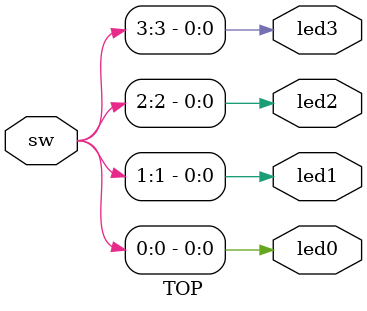
<source format=v>
`timescale 1ns / 1ps

module TOP(
    input wire [3:0] sw,
    output wire led0, led1, led2, led3
    );

    assign led0 = sw[0];
    assign led1 = sw[1];
    assign led2 = sw[2];
    assign led3 = sw[3];    
endmodule

</source>
